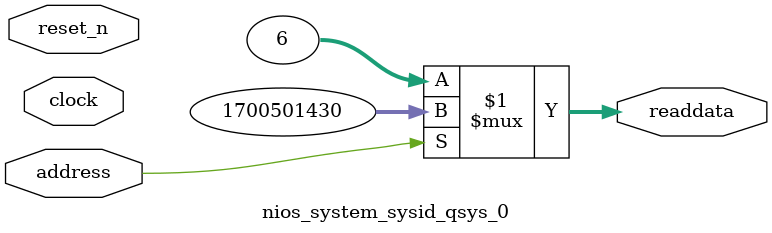
<source format=v>



// synthesis translate_off
`timescale 1ns / 1ps
// synthesis translate_on

// turn off superfluous verilog processor warnings 
// altera message_level Level1 
// altera message_off 10034 10035 10036 10037 10230 10240 10030 

module nios_system_sysid_qsys_0 (
               // inputs:
                address,
                clock,
                reset_n,

               // outputs:
                readdata
             )
;

  output  [ 31: 0] readdata;
  input            address;
  input            clock;
  input            reset_n;

  wire    [ 31: 0] readdata;
  //control_slave, which is an e_avalon_slave
  assign readdata = address ? 1700501430 : 6;

endmodule



</source>
